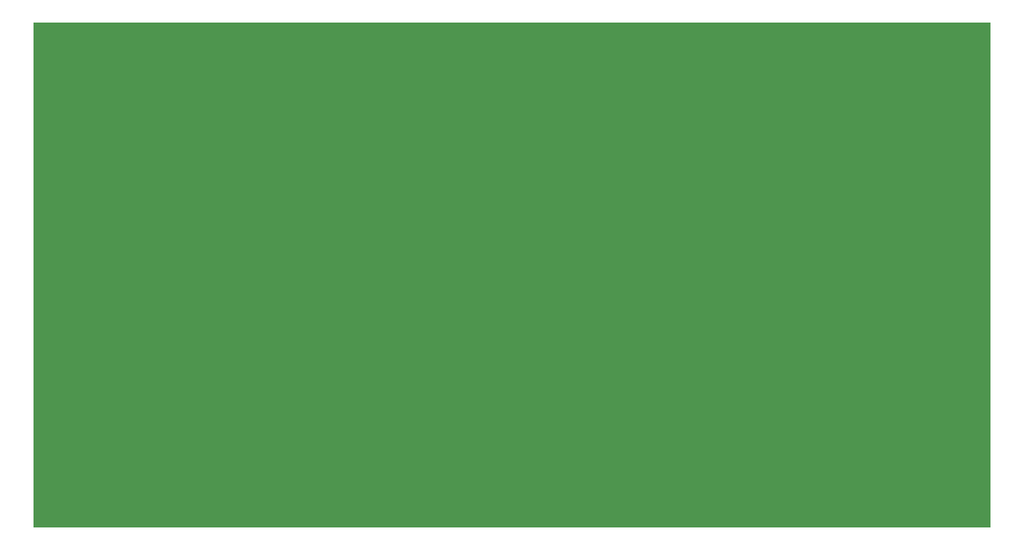
<source format=gbr>
%TF.GenerationSoftware,KiCad,Pcbnew,(7.0.0)*%
%TF.CreationDate,2025-03-31T13:01:06+03:00*%
%TF.ProjectId,test,74657374-2e6b-4696-9361-645f70636258,rev?*%
%TF.SameCoordinates,Original*%
%TF.FileFunction,Soldermask,Top*%
%TF.FilePolarity,Negative*%
%FSLAX46Y46*%
G04 Gerber Fmt 4.6, Leading zero omitted, Abs format (unit mm)*
G04 Created by KiCad (PCBNEW (7.0.0)) date 2025-03-31 13:01:06*
%MOMM*%
%LPD*%
G01*
G04 APERTURE LIST*
G04 Aperture macros list*
%AMRoundRect*
0 Rectangle with rounded corners*
0 $1 Rounding radius*
0 $2 $3 $4 $5 $6 $7 $8 $9 X,Y pos of 4 corners*
0 Add a 4 corners polygon primitive as box body*
4,1,4,$2,$3,$4,$5,$6,$7,$8,$9,$2,$3,0*
0 Add four circle primitives for the rounded corners*
1,1,$1+$1,$2,$3*
1,1,$1+$1,$4,$5*
1,1,$1+$1,$6,$7*
1,1,$1+$1,$8,$9*
0 Add four rect primitives between the rounded corners*
20,1,$1+$1,$2,$3,$4,$5,0*
20,1,$1+$1,$4,$5,$6,$7,0*
20,1,$1+$1,$6,$7,$8,$9,0*
20,1,$1+$1,$8,$9,$2,$3,0*%
G04 Aperture macros list end*
%ADD10C,1.800000*%
%ADD11O,1.700000X1.700000*%
%ADD12C,1.804000*%
%ADD13RoundRect,0.102000X-1.000000X-0.600000X1.000000X-0.600000X1.000000X0.600000X-1.000000X0.600000X0*%
%ADD14RoundRect,0.102000X-0.550000X-0.850000X0.550000X-0.850000X0.550000X0.850000X-0.550000X0.850000X0*%
%ADD15C,1.600000*%
%ADD16C,2.000000*%
%ADD17C,2.004000*%
G04 APERTURE END LIST*
D10*
%TO.C,RV1*%
X211000000Y-101000000D03*
X213500000Y-101000000D03*
X216000000Y-101000000D03*
%TD*%
D11*
%TO.C,J1*%
X166862999Y-63245999D03*
X164322999Y-63245999D03*
X161782999Y-63245999D03*
%TD*%
D12*
%TO.C,S1*%
X187250000Y-82078000D03*
X193750000Y-82078000D03*
X187250000Y-86578000D03*
X193750000Y-86578000D03*
%TD*%
D13*
%TO.C,U2*%
X131578300Y-63880500D03*
X131578300Y-65880500D03*
X131578300Y-67880500D03*
X131578300Y-69880500D03*
X131578300Y-71880500D03*
X131578300Y-73880500D03*
X131578300Y-75880500D03*
X131578300Y-77880500D03*
D14*
X134078300Y-79380500D03*
X136078300Y-79380500D03*
X138078300Y-79380500D03*
X140078300Y-79380500D03*
X142078300Y-79380500D03*
X144078300Y-79380500D03*
D13*
X146578300Y-77880500D03*
X146578300Y-75880500D03*
X146578300Y-73880500D03*
X146578300Y-71880500D03*
X146578300Y-69880500D03*
X146578300Y-67880500D03*
X146578300Y-65880500D03*
X146578300Y-63880500D03*
%TD*%
D15*
%TO.C,U3*%
X164846000Y-75438000D03*
X167386000Y-75438000D03*
X169926000Y-75438000D03*
X172466000Y-75438000D03*
%TD*%
D12*
%TO.C,S2*%
X186996000Y-94016000D03*
X193496000Y-94016000D03*
X186996000Y-98516000D03*
X193496000Y-98516000D03*
%TD*%
D16*
%TO.C,J2*%
X165847000Y-55626000D03*
X162847000Y-55626000D03*
%TD*%
D17*
%TO.C,U1*%
X123444000Y-97301000D03*
X125984000Y-97301000D03*
X128524000Y-97301000D03*
X131064000Y-97301000D03*
%TD*%
G36*
X218938000Y-50016613D02*
G01*
X218983387Y-50062000D01*
X219000000Y-50124000D01*
X219000000Y-104876000D01*
X218983387Y-104938000D01*
X218938000Y-104983387D01*
X218876000Y-105000000D01*
X115124000Y-105000000D01*
X115062000Y-104983387D01*
X115016613Y-104938000D01*
X115000000Y-104876000D01*
X115000000Y-50124000D01*
X115016613Y-50062000D01*
X115062000Y-50016613D01*
X115124000Y-50000000D01*
X218876000Y-50000000D01*
X218938000Y-50016613D01*
G37*
M02*

</source>
